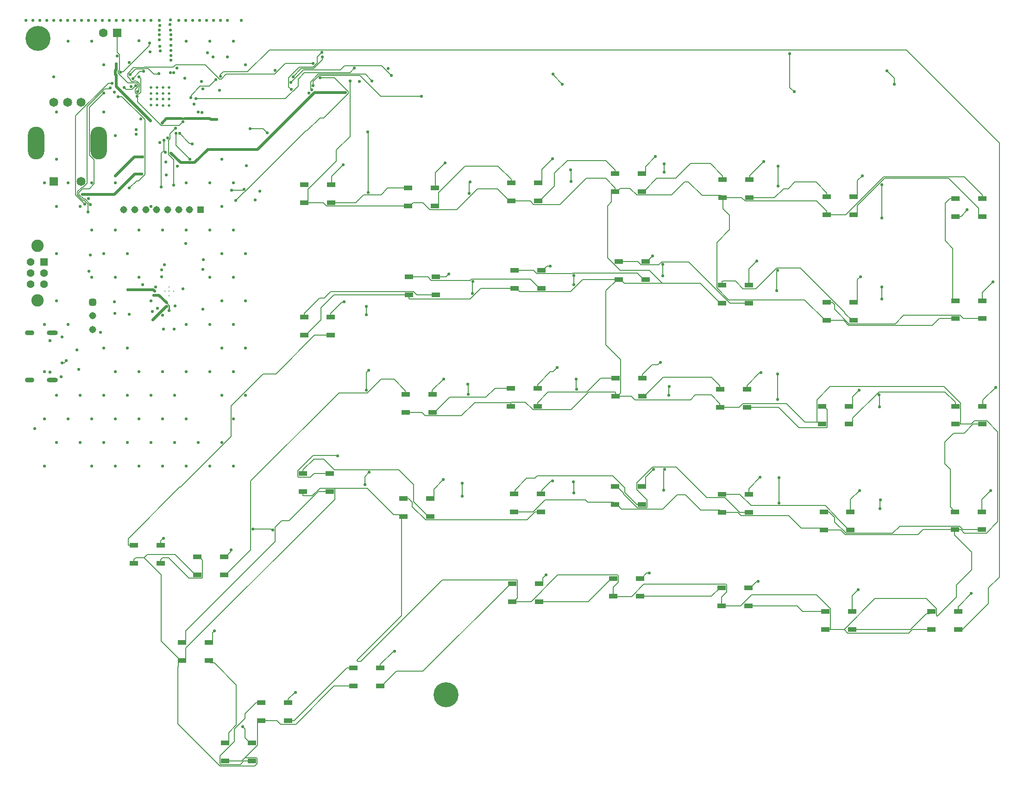
<source format=gbl>
G04*
G04 #@! TF.GenerationSoftware,Altium Limited,Altium Designer,24.5.2 (23)*
G04*
G04 Layer_Physical_Order=4*
G04 Layer_Color=16711680*
%FSLAX44Y44*%
%MOMM*%
G71*
G04*
G04 #@! TF.SameCoordinates,46E3B4B0-CD5B-4495-8DDB-E651780D3609*
G04*
G04*
G04 #@! TF.FilePolarity,Positive*
G04*
G01*
G75*
%ADD13C,0.1524*%
%ADD14C,0.2540*%
%ADD161C,0.5080*%
%ADD167C,1.3080*%
G04:AMPARAMS|DCode=168|XSize=1.308mm|YSize=1.308mm|CornerRadius=0.327mm|HoleSize=0mm|Usage=FLASHONLY|Rotation=90.000|XOffset=0mm|YOffset=0mm|HoleType=Round|Shape=RoundedRectangle|*
%AMROUNDEDRECTD168*
21,1,1.3080,0.6540,0,0,90.0*
21,1,0.6540,1.3080,0,0,90.0*
1,1,0.6540,0.3270,0.3270*
1,1,0.6540,0.3270,-0.3270*
1,1,0.6540,-0.3270,-0.3270*
1,1,0.6540,-0.3270,0.3270*
%
%ADD168ROUNDEDRECTD168*%
%ADD169C,1.6000*%
%ADD170R,1.6000X1.6000*%
%ADD171C,0.5000*%
%ADD172C,0.6000*%
%ADD173O,2.0000X0.9000*%
%ADD174O,1.7000X0.9000*%
%ADD175R,1.4380X1.4380*%
%ADD176C,1.4380*%
%ADD177C,2.2650*%
%ADD178C,0.3000*%
%ADD179R,1.3080X1.3080*%
%ADD180R,1.6500X1.6500*%
%ADD181C,1.6500*%
%ADD182O,3.0000X6.0000*%
%ADD183C,4.5720*%
%ADD184C,0.5334*%
%ADD185C,0.5842*%
%ADD195R,1.5000X0.9000*%
%ADD196C,0.4318*%
D13*
X1074637Y363007D02*
G03*
X1074637Y362870I16778J-54D01*
G01*
X582004Y645538D02*
Y665719D01*
X612255Y563382D02*
X713116D01*
X752266Y557104D02*
X801896D01*
X990769Y566248D02*
X1038449Y613928D01*
X1194396Y583520D02*
X1218526Y607650D01*
X1246794Y422436D02*
X1283648Y385582D01*
X1322657Y578876D02*
X1328936Y572598D01*
X1298855Y391860D02*
X1437644D01*
X1092338Y215402D02*
Y222188D01*
X1729856Y616884D02*
X1762622Y584118D01*
X1010970Y190826D02*
X1043225Y223081D01*
X522870Y327416D02*
X525870D01*
X1683661Y357388D02*
X1713622D01*
X1404405Y201868D02*
X1438187Y168086D01*
X1460504D02*
Y209204D01*
X1730060Y-34970D02*
X1770096D01*
X1503723Y-29200D02*
X1512542Y-38018D01*
X1679597Y-186479D02*
X1680859D01*
X1408925Y-2966D02*
X1431420Y-25462D01*
X1660677Y-154800D02*
X1678958Y-173081D01*
X1282910Y7050D02*
X1286648Y3312D01*
X1484902Y-211318D02*
X1510110D01*
X1459731Y-147910D02*
X1484902Y-173081D01*
X1041152Y21528D02*
X1087838D01*
X1295672Y-142258D02*
Y-129648D01*
X1294630Y-128606D02*
X1295672Y-129648D01*
X775118Y-120732D02*
X911852D01*
X619524Y-267296D02*
X701178Y-185642D01*
X578862Y26965D02*
Y46140D01*
X293120Y-278552D02*
Y-271952D01*
X299858Y-268214D02*
X302858D01*
X436622Y-457093D02*
Y-446619D01*
X473486Y-378196D02*
X479764Y-384474D01*
X606806Y690520D02*
Y791972D01*
X523378Y569732D02*
X526378D01*
X801896Y557104D02*
X839535Y594743D01*
X1091576Y589798D02*
Y596584D01*
Y589798D02*
X1094576D01*
X1084838Y570742D02*
Y586060D01*
X1218526Y607650D02*
X1225351D01*
X1074637Y408727D02*
X1095180Y429270D01*
X1098180D01*
X1288934Y558514D02*
Y578114D01*
X1009922Y406736D02*
X1032456Y429270D01*
X1074637Y309155D02*
Y362870D01*
X1478236Y548070D02*
X1478672Y547634D01*
X1092338Y215402D02*
X1095338D01*
X715533Y393143D02*
X826149D01*
X1582408Y616884D02*
X1729856D01*
X1229102Y209124D02*
X1237666Y217688D01*
X1671541Y345268D02*
X1683661Y357388D01*
X900706Y197104D02*
Y203890D01*
X709052Y185938D02*
X737900D01*
X1484390Y233090D02*
X1692395D01*
X1770096Y-34970D02*
X1790822Y-14244D01*
X1712098Y-38782D02*
Y-28692D01*
X1286648Y3312D02*
X1315496D01*
X1248120Y7050D02*
X1282910D01*
X1510110Y-211318D02*
X1516387Y-217596D01*
X1340853Y-147910D02*
X1459731D01*
X1091576Y17790D02*
X1094576D01*
X701178Y-7610D02*
X704226Y-4562D01*
X577821Y47182D02*
X578862Y46140D01*
X302858Y-268214D02*
X306596Y-264476D01*
X261243Y-232598D02*
X296858Y-268214D01*
X292492Y-279180D02*
X293120Y-278552D01*
X433041Y-460674D02*
X436622Y-457093D01*
X211771Y-90222D02*
Y-83436D01*
X378344Y-451856D02*
X408858D01*
X582004Y665719D02*
X606806Y690520D01*
X526378Y569732D02*
X557864D01*
X713116Y563382D02*
X716116D01*
X876367Y594743D02*
X898584Y572526D01*
X1088576Y589798D02*
X1091576D01*
X1094576D02*
X1100469Y595691D01*
X1077454Y563358D02*
X1084838Y570742D01*
X1250387Y582614D02*
X1284434D01*
X1288934Y558514D02*
X1300748Y546700D01*
X1277370Y496828D02*
X1300748Y520206D01*
X1095338Y215402D02*
X1101616Y221680D01*
X1277370Y413345D02*
X1298855Y391860D01*
X941469Y190826D02*
X1010970D01*
X525870Y327416D02*
X553426Y354972D01*
X1282838Y196606D02*
X1283854Y195590D01*
X737900Y185938D02*
X744178Y179660D01*
X1460504Y168086D02*
X1466044D01*
X1460504Y209204D02*
X1484390Y233090D01*
X1742470Y164348D02*
X1748748Y170626D01*
X1712860Y-28692D02*
X1723782D01*
X1645140Y-38018D02*
X1654466Y-28692D01*
X1680859Y-186479D02*
X1715601Y-151737D01*
X1315496Y3312D02*
X1321774Y-2966D01*
X1510110Y-211318D02*
X1566627Y-154800D01*
X1516387Y-217596D02*
X1628526D01*
X1094576Y17790D02*
X1103394Y8972D01*
X1037016Y25664D02*
X1041152Y21528D01*
X1121733Y-151130D02*
X1144258Y-128606D01*
X907172Y4074D02*
X941657D01*
X1087766Y-150612D02*
Y-134264D01*
X1097044Y-124986D01*
X986777Y-111334D02*
X1096003D01*
X626399Y-269451D02*
X775118Y-120732D01*
X701178Y-185642D02*
Y-7610D01*
X521477Y33225D02*
X537696D01*
X261243Y-232598D02*
Y-111249D01*
X211771Y-83436D02*
X215207Y-80000D01*
X408858Y-451856D02*
X415136Y-445578D01*
X437900Y-381934D02*
X441638Y-378196D01*
X479764Y-384474D02*
X508017D01*
X557864Y569732D02*
X564142Y563454D01*
X1074232Y613928D02*
X1091576Y596584D01*
X1100469Y595691D02*
X1118555D01*
X1100477Y445459D02*
X1154381D01*
X1177404Y422436D01*
X1098180Y429270D02*
X1101180D01*
X1284434Y582614D02*
X1288172Y578876D01*
X1074637Y363043D02*
Y408727D01*
X916958Y406736D02*
X1009922D01*
X1478236Y548070D02*
Y554420D01*
X846020Y413014D02*
X907680D01*
X1475418Y354086D02*
X1478418D01*
X553426Y354972D02*
Y377004D01*
X927513Y204783D02*
X941469Y190826D01*
X1283854Y195590D02*
X1318340D01*
X1438187Y168086D02*
X1460504D01*
X1722900Y164348D02*
Y202584D01*
X1512542Y-38018D02*
X1645140D01*
X1715601Y-151737D02*
Y-129737D01*
X1678958Y-183554D02*
Y-173081D01*
X1566627Y-154800D02*
X1660677D01*
X1220362Y34808D02*
X1248120Y7050D01*
X1286394Y-167884D02*
X1320880D01*
X1087766Y-150612D02*
X1088284Y-151130D01*
X700488Y-824D02*
X704226Y-4562D01*
X551653Y47182D02*
X577821D01*
X369055Y-460674D02*
X433041D01*
X215207Y-80000D02*
X229993D01*
X236271Y-73722D01*
X437900Y-422814D02*
Y-381934D01*
X508017Y-384474D02*
X577795Y-314696D01*
X526378Y569732D02*
X530116Y573470D01*
X564142Y563454D02*
X612183D01*
X716116Y563382D02*
X722009Y569275D01*
X839535Y594743D02*
X876367D01*
X1038449Y613928D02*
X1074232D01*
X1084838Y586060D02*
X1088576Y589798D01*
X1225351Y607650D02*
X1250387Y582614D01*
X1288172Y578876D02*
X1288934Y578114D01*
X1300748Y520206D02*
Y546700D01*
X1460058Y572598D02*
X1478236Y554420D01*
X907680Y413014D02*
X910680D01*
X1478672Y547634D02*
X1513158D01*
X826149Y393143D02*
X846020Y413014D01*
X714640Y394036D02*
Y400822D01*
X553426Y377004D02*
X577244Y400822D01*
X901599Y204783D02*
X927513D01*
X1282838Y196606D02*
Y202376D01*
X1318340Y195590D02*
X1324617Y201868D01*
X744178Y179660D02*
X810316D01*
X1748748Y170626D02*
X1770858D01*
X1654466Y-28692D02*
X1712098D01*
X1715601Y-129737D02*
X1743197Y-102141D01*
X1321774Y-2966D02*
X1408925D01*
X1678704Y-183808D02*
X1678958Y-183554D01*
X1628526Y-217596D02*
X1634804Y-211318D01*
X1103394Y8972D02*
X1178607D01*
X941657Y4074D02*
X963248Y25664D01*
X938102Y-160010D02*
X986777Y-111334D01*
X906616Y-160010D02*
X938102D01*
X906616D02*
X912894Y-153732D01*
X620417Y-269451D02*
X626399D01*
X537696Y33225D02*
X551653Y47182D01*
X306596Y-264476D02*
Y-245301D01*
X292492Y-384111D02*
X369055Y-460674D01*
X415136Y-445578D02*
X437900Y-422814D01*
X577795Y-314696D02*
X612786D01*
X530116Y573470D02*
Y593650D01*
X722009Y569275D02*
X740095D01*
X936069Y572526D02*
X942347Y566248D01*
X1118555Y595691D02*
X1130726Y583520D01*
X1108014Y422436D02*
X1177404D01*
X1101180Y429270D02*
X1108014Y422436D01*
X1074637Y363007D02*
X1074637Y363043D01*
X910680Y413014D02*
X916958Y406736D01*
X1277370Y413345D02*
Y496828D01*
X1095338Y215402D02*
X1121186D01*
X1513158Y547634D02*
X1582408Y616884D01*
X714640Y394036D02*
X715533Y393143D01*
X1091445Y223081D02*
X1092338Y222188D01*
X1478418Y354086D02*
X1509311D01*
X1518129Y345268D01*
X1267526Y217688D02*
X1282838Y202376D01*
X810316Y179660D02*
X834546Y203890D01*
X1713622Y164348D02*
X1722900D01*
X1770858Y170626D02*
X1790822Y150662D01*
X1469092Y-25462D02*
X1472830Y-29200D01*
X1678704Y-185586D02*
Y-183808D01*
X1178607Y8972D02*
X1204443Y34808D01*
X1634804Y-211318D02*
X1669680D01*
X1320880Y-167884D02*
X1340853Y-147910D01*
X1097044Y-124986D02*
Y-112375D01*
X912894Y-153732D02*
Y-121774D01*
X619524Y-268558D02*
X620417Y-269451D01*
X686312Y-824D02*
X700488D01*
X577821Y47182D02*
X638306D01*
X520584Y34118D02*
X521477Y33225D01*
X292492Y-384111D02*
Y-279180D01*
X415136Y-445578D02*
X435580D01*
X612183Y563454D02*
X612255Y563382D01*
X740095Y569275D02*
X752266Y557104D01*
X898584Y572526D02*
X901584D01*
X1077454Y468481D02*
X1100477Y445459D01*
X1130726Y583520D02*
X1194396D01*
X1177404Y422436D02*
X1246794D01*
X1283648Y385582D02*
X1286648D01*
X1032456Y429270D02*
X1095180D01*
X1328936Y572598D02*
X1460058D01*
X1074637Y309155D02*
X1101616Y282176D01*
X1121186Y215402D02*
X1127464Y209124D01*
X1762622Y577332D02*
Y584118D01*
X1237666Y217688D02*
X1267526D01*
X1518129Y345268D02*
X1671541D01*
X900706Y203890D02*
X901599Y204783D01*
X1324617Y201868D02*
X1404405D01*
X1722900Y164348D02*
X1742470D01*
X1790822Y-14244D02*
Y150662D01*
X1723782Y-28692D02*
X1730060Y-34970D01*
X1712098Y-28692D02*
X1712860D01*
X1743197Y-102141D02*
Y-69881D01*
X1475624Y-211318D02*
X1484902D01*
Y-173081D01*
X1204443Y34808D02*
X1220362D01*
X1286394Y-151536D02*
X1295672Y-142258D01*
X963248Y25664D02*
X1037016D01*
X1144258Y-128606D02*
X1294630D01*
X1088284Y-151130D02*
X1121733D01*
X903616Y-160010D02*
X906616D01*
X619524Y-268558D02*
Y-267296D01*
X638306Y47182D02*
X686312Y-824D01*
X520584Y34118D02*
Y40904D01*
X229993Y-80000D02*
X261243Y-111249D01*
X287278Y-73722D02*
X324544Y-110988D01*
X435580Y-445578D02*
X436622Y-446619D01*
X324544Y-110988D02*
X327544D01*
X441638Y-378196D02*
X444638D01*
X530116Y593650D02*
X582004Y645538D01*
X901584Y572526D02*
X936069D01*
X942347Y566248D02*
X990769D01*
X1077454Y468481D02*
Y563358D01*
X1288172Y578876D02*
X1322657D01*
X1101616Y221680D02*
Y282176D01*
X1437644Y391860D02*
X1475418Y354086D01*
X1043225Y223081D02*
X1091445D01*
X1127464Y209124D02*
X1229102D01*
X577244Y400822D02*
X714640D01*
X834546Y203890D02*
X900684D01*
X1466044Y168086D02*
X1469782Y164348D01*
X1692395Y233090D02*
X1722900Y202584D01*
X1712098Y-38782D02*
X1743197Y-69881D01*
X1472830Y-29200D02*
X1503723D01*
X1431420Y-25462D02*
X1469092D01*
X1678704Y-185586D02*
X1679597Y-186479D01*
X1286394Y-167884D02*
Y-151536D01*
X1087838Y21528D02*
X1091576Y17790D01*
X1096003Y-111334D02*
X1097044Y-112375D01*
X911852Y-120732D02*
X912894Y-121774D01*
X306596Y-245301D02*
X578862Y26965D01*
X293120Y-271952D02*
X296858Y-268214D01*
X299858D01*
X236271Y-73722D02*
X287278D01*
X444638Y-378196D02*
X473486D01*
X1708912Y394126D02*
X1712650Y390388D01*
X1708912Y394126D02*
Y485796D01*
X1694928Y499780D02*
X1708912Y485796D01*
X1712650Y390388D02*
X1713622D01*
X1704340Y12828D02*
X1712860Y4308D01*
X1693766Y91980D02*
X1704340Y81406D01*
Y12828D02*
Y81406D01*
X425069Y-65463D02*
Y60325D01*
X586613Y221869D02*
X638619D01*
X425069Y60325D02*
X586613Y221869D01*
X395534Y-416180D02*
Y-393018D01*
X415193Y-373359D02*
Y-364855D01*
X399034Y-385926D02*
Y-312342D01*
X358644Y-271952D02*
X399034Y-312342D01*
X415193Y-364855D02*
X434852Y-345196D01*
X385082Y-399878D02*
X399034Y-385926D01*
X395534Y-393018D02*
X415193Y-373359D01*
X369066Y-442649D02*
X395534Y-416180D01*
X434852Y-345196D02*
X444638D01*
X316451Y762588D02*
Y766285D01*
X325368Y759720D02*
X488638D01*
X315722Y761859D02*
X316451Y762588D01*
X324866Y760222D02*
X325368Y759720D01*
X316451Y766285D02*
X332740Y782574D01*
X488638Y759720D02*
X511898Y782980D01*
X239839Y861377D02*
X240030Y861568D01*
X239839Y856615D02*
Y861377D01*
X191897Y808673D02*
X239839Y856615D01*
X1631212Y-211318D02*
X1660474Y-182056D01*
X1524624Y-211318D02*
X1631212D01*
X414973Y589407D02*
X526846Y701280D01*
X528666D01*
X390398Y592328D02*
X410577D01*
X398272Y573278D02*
X414401Y589407D01*
X412101Y593852D02*
X413132D01*
X410577Y592328D02*
X412101Y593852D01*
X414401Y589407D02*
X414973D01*
X209661Y796147D02*
X223072Y809558D01*
X207801Y791702D02*
X211483D01*
X205197Y794306D02*
X207801Y791702D01*
X209642Y796147D02*
X209661D01*
X211483Y791702D02*
X211880Y792099D01*
X200470Y799846D02*
X205197Y795119D01*
Y794306D02*
Y795119D01*
X211880Y792099D02*
X215456D01*
X221003Y800077D02*
X224501Y796579D01*
X220949Y800077D02*
X221003D01*
X220644Y768268D02*
X224501Y772125D01*
Y796579D01*
X181102Y844963D02*
Y880110D01*
X217873Y763823D02*
X218120Y763575D01*
Y754272D02*
Y763575D01*
X220695Y775510D02*
Y779723D01*
X214155Y776775D02*
X219421Y782041D01*
X214155Y770871D02*
Y776775D01*
X216817Y788327D02*
X219421Y785723D01*
Y782041D02*
Y785723D01*
X214155Y770871D02*
X216759Y768268D01*
X220644D01*
X216688Y790867D02*
X217869D01*
X182499Y806133D02*
X200305Y788327D01*
X216817D01*
X221961Y780989D02*
Y786775D01*
X217869Y790867D02*
X221961Y786775D01*
X182499Y806133D02*
Y809815D01*
X185420Y812736D02*
Y840645D01*
X182499Y809815D02*
X185420Y812736D01*
X215456Y792099D02*
X216688Y790867D01*
X181102Y844963D02*
X185420Y840645D01*
X220695Y779723D02*
X221961Y780989D01*
X218600Y772713D02*
Y773416D01*
X220695Y775510D01*
X208470Y777240D02*
X214976Y783745D01*
Y783882D01*
X218120Y754272D02*
X261359Y711033D01*
X197582Y777240D02*
X208470D01*
X200470Y799846D02*
Y805814D01*
X211199Y816543D02*
X229387D01*
X200470Y805814D02*
X211199Y816543D01*
X214945Y814003D02*
X230439D01*
X204915Y803973D02*
X214945Y814003D01*
X238309Y814736D02*
X248118Y804926D01*
X230439Y814003D02*
X231172Y814736D01*
X238309D01*
X187643Y808673D02*
X191897D01*
X186944Y807974D02*
X187643Y808673D01*
X229387Y816543D02*
X230597Y817753D01*
X223072Y809558D02*
X229330D01*
X229994Y808895D01*
X230597Y817753D02*
X284036D01*
X287973Y821690D01*
X342202D02*
X367983Y795909D01*
X287973Y821690D02*
X342202D01*
X495554Y-12509D02*
X548967Y40904D01*
X469773Y-24411D02*
X481675Y-12509D01*
X495554D01*
X306596Y-213696D02*
X469773Y-50519D01*
Y-24411D01*
X1013905Y441071D02*
X1132379D01*
X1144180Y429270D01*
X1147180D01*
X80010Y276352D02*
X80518Y276860D01*
X84582D01*
X88392Y280670D01*
X122518Y575954D02*
X132080Y566392D01*
X119824Y575954D02*
X122518D01*
X118772Y573414D02*
X121466D01*
X127635Y553085D02*
Y567245D01*
X121466Y573414D02*
X127635Y567245D01*
X108726Y583460D02*
X118772Y573414D01*
X111266Y584512D02*
X119824Y575954D01*
X1694928Y499780D02*
Y568424D01*
X1703836Y577332D01*
X1713622D01*
X1735074Y555998D02*
Y557376D01*
X1723408Y544332D02*
X1735074Y555998D01*
X1713622Y544332D02*
X1723408D01*
X1701030Y614344D02*
X1755884Y559490D01*
Y548070D02*
Y559490D01*
Y548070D02*
X1759622Y544332D01*
X1762622D01*
X1584434Y614344D02*
X1701030D01*
X1534410Y564320D02*
X1584434Y614344D01*
X1534410Y551372D02*
Y564320D01*
X1530672Y547634D02*
X1534410Y551372D01*
X1527672Y547634D02*
X1530672D01*
X1762876Y405500D02*
X1781810Y424434D01*
X1762876Y390642D02*
Y405500D01*
X1762622Y390388D02*
X1762876Y390642D01*
X1603310Y347808D02*
X1619168Y363666D01*
X1721859D01*
X1728136Y357388D01*
X1762622D01*
X1519182Y347808D02*
X1603310D01*
X1492383Y374607D02*
X1519182Y347808D01*
X1492383Y374607D02*
Y382907D01*
X1488204Y387086D02*
X1492383Y382907D01*
X1478418Y387086D02*
X1488204D01*
X1693766Y91980D02*
Y131674D01*
X1710103Y148011D01*
X1729725D01*
X1746062Y164348D01*
X1762622D01*
X1763384Y208396D02*
X1786890Y231902D01*
X1763384Y198110D02*
Y208396D01*
X1762622Y197348D02*
X1763384Y198110D01*
X1573584Y223510D02*
X1694246D01*
X1713622Y204134D01*
Y197348D02*
Y204134D01*
X1525520Y175446D02*
X1573584Y223510D01*
X1525520Y168086D02*
Y175446D01*
X1521782Y164348D02*
X1525520Y168086D01*
X1518782Y164348D02*
X1521782D01*
X1469782Y197348D02*
X1472782D01*
X1479060Y191070D01*
Y159111D02*
Y191070D01*
X1427565Y158070D02*
X1478018D01*
X1390045Y195590D02*
X1427565Y158070D01*
X1332854Y195590D02*
X1390045D01*
X1478018Y158070D02*
X1479060Y159111D01*
X1525520Y214362D02*
X1537467Y226309D01*
X1525520Y201086D02*
Y214362D01*
X1521782Y197348D02*
X1525520Y201086D01*
X1518782Y197348D02*
X1521782D01*
X1179624Y250688D02*
X1267526D01*
X1282838Y235376D01*
Y229606D02*
Y235376D01*
Y229606D02*
X1283854Y228590D01*
X1144338Y215402D02*
X1179624Y250688D01*
X1141338Y215402D02*
X1144338D01*
X1357155Y257589D02*
X1357884Y258318D01*
X1355067Y257589D02*
X1357155D01*
X1332854Y235376D02*
X1355067Y257589D01*
X1332854Y228590D02*
Y235376D01*
X263868Y-80339D02*
X275579D01*
X260771Y-83436D02*
X263868Y-80339D01*
X260771Y-90222D02*
Y-83436D01*
X275579Y-80339D02*
X312505Y-117266D01*
X327544Y-77988D02*
X330544D01*
X336822Y-84266D01*
Y-116224D02*
Y-84266D01*
X335780Y-117266D02*
X336822Y-116224D01*
X312505Y-117266D02*
X335780D01*
X201092Y-45134D02*
X295429Y49203D01*
X201092Y-56329D02*
Y-45134D01*
Y-56329D02*
X201985Y-57222D01*
X211771D01*
X542191Y327416D02*
X571870D01*
X471191Y256416D02*
X542191Y327416D01*
X448250Y256416D02*
X471191D01*
X389255Y197421D02*
X448250Y256416D01*
X389255Y141669D02*
Y197421D01*
X296790Y49203D02*
X389255Y141669D01*
X295429Y49203D02*
X296790D01*
X260771Y-48855D02*
X265430Y-44196D01*
X260771Y-57222D02*
Y-48855D01*
X306596Y-231476D02*
Y-213696D01*
X302858Y-235214D02*
X306596Y-231476D01*
X299858Y-235214D02*
X302858D01*
X548967Y40904D02*
X569584D01*
X358902Y-214007D02*
Y-213614D01*
X355596Y-217313D02*
X358902Y-214007D01*
X355596Y-231476D02*
Y-217313D01*
X351858Y-235214D02*
X355596Y-231476D01*
X348858Y-235214D02*
X351858D01*
X352596Y-271952D02*
X358644D01*
X348858Y-268214D02*
X352596Y-271952D01*
X378344Y-418856D02*
X381344D01*
X385082Y-415118D01*
Y-399878D01*
X406173Y-458134D02*
X412451Y-451856D01*
X370107Y-458134D02*
X406173D01*
X369066Y-457093D02*
X370107Y-458134D01*
X369066Y-457093D02*
Y-442649D01*
X412451Y-451856D02*
X427344D01*
X414637Y-409150D02*
Y-393555D01*
Y-409150D02*
X424344Y-418856D01*
X427344D01*
X410464Y-389382D02*
X414637Y-393555D01*
X493638Y-378196D02*
X504962D01*
X601462Y-281696D01*
X612786D01*
X506255Y-326865D02*
X506984Y-326136D01*
X505183Y-326865D02*
X506255D01*
X493638Y-338410D02*
X505183Y-326865D01*
X493638Y-345196D02*
Y-338410D01*
X691710Y-287772D02*
X739854D01*
X664786Y-314696D02*
X691710Y-287772D01*
X661786Y-314696D02*
X664786D01*
X900616Y-127010D02*
X903616D01*
X739854Y-287772D02*
X900616Y-127010D01*
X687611Y-251681D02*
X688340Y-250952D01*
X685523Y-251681D02*
X687611D01*
X662294Y-274910D02*
X685523Y-251681D01*
X662294Y-281188D02*
Y-274910D01*
X661786Y-281696D02*
X662294Y-281188D01*
X1665942Y-182056D02*
X1669680Y-178318D01*
X1660474Y-182056D02*
X1665942D01*
X1423942Y-167884D02*
X1434376Y-178318D01*
X1475624D01*
X1335394Y-167884D02*
X1423942D01*
X1524624Y-149490D02*
X1535684Y-138430D01*
X1524624Y-178318D02*
Y-149490D01*
X1718426Y-178064D02*
Y-169556D01*
Y-178064D02*
X1718680Y-178318D01*
X1718426Y-169556D02*
X1742694Y-145288D01*
X1718680Y-211318D02*
X1721093Y-213731D01*
X1724093D01*
X1774093Y-163731D01*
Y-135283D01*
X1793870Y-115506D01*
Y678882D01*
X1623503Y849249D02*
X1793870Y678882D01*
X459867Y849249D02*
X1623503D01*
X419354Y808736D02*
X459867Y849249D01*
X375412Y808736D02*
X419354D01*
X370405Y803729D02*
X375412Y808736D01*
X370405Y800935D02*
Y803729D01*
X369824Y800354D02*
X370405Y800935D01*
X1761860Y26786D02*
X1777746Y42672D01*
X1761860Y4308D02*
Y26786D01*
X1598684Y-35478D02*
X1611748Y-22414D01*
X1721096D01*
X1727375Y-28692D01*
X1761860D01*
X1513593Y-35478D02*
X1598684D01*
X1492895Y-14779D02*
X1513593Y-35478D01*
X1492895Y-14779D02*
Y-6479D01*
X1482616Y3800D02*
X1492895Y-6479D01*
X1472830Y3800D02*
X1482616D01*
X1340320Y15367D02*
X1475777D01*
X1495435Y-4290D01*
Y-5805D02*
Y-4290D01*
Y-5805D02*
X1518830Y-29200D01*
X1521830D01*
X1319375Y36312D02*
X1340320Y15367D01*
X1286648Y36312D02*
X1319375D01*
X1521830Y26532D02*
X1537970Y42672D01*
X1521830Y3800D02*
Y26532D01*
X1131298Y57322D02*
X1159955Y85979D01*
X1203099D01*
X1259044Y30034D01*
X1292366D01*
X1319088Y3312D01*
X1335648D01*
X1131298Y44216D02*
Y57322D01*
Y44216D02*
X1149854Y25660D01*
Y12553D02*
Y25660D01*
X1148812Y11512D02*
X1149854Y12553D01*
X1132339Y11512D02*
X1148812D01*
X1106538Y37313D02*
X1132339Y11512D01*
X1106538Y37313D02*
Y38828D01*
X1094576Y50790D02*
X1106538Y38828D01*
X1091576Y50790D02*
X1094576D01*
X1336024Y46456D02*
X1356746Y67178D01*
X1336024Y36688D02*
Y46456D01*
X1335648Y36312D02*
X1336024Y36688D01*
X948951Y69514D02*
X1087366D01*
X1109078Y47802D01*
Y39502D02*
Y47802D01*
Y39502D02*
X1130790Y17790D01*
X1140576D01*
X945036Y65599D02*
X948951Y69514D01*
X929927Y65599D02*
X945036D01*
X908188Y43860D02*
X929927Y65599D01*
X908188Y38090D02*
Y43860D01*
X907172Y37074D02*
X908188Y38090D01*
X1147314Y67052D02*
X1161796Y81534D01*
X1147314Y54528D02*
Y67052D01*
X1143576Y50790D02*
X1147314Y54528D01*
X1140576Y50790D02*
X1143576D01*
X976663Y59977D02*
X977392Y60706D01*
X973305Y59977D02*
X976663D01*
X957188Y43860D02*
X973305Y59977D01*
X957188Y38090D02*
Y43860D01*
X956172Y37074D02*
X957188Y38090D01*
X744989Y-10840D02*
X930336D01*
X945250Y4074D01*
X956172D01*
X720555Y13595D02*
X744989Y-10840D01*
X720555Y13595D02*
Y21895D01*
X714012Y28438D02*
X720555Y21895D01*
X704226Y28438D02*
X714012D01*
X695997Y80899D02*
X723095Y53802D01*
Y22569D02*
Y53802D01*
Y22569D02*
X750226Y-4562D01*
X753226D01*
X578554Y80899D02*
X695997D01*
X558680Y100773D02*
X578554Y80899D01*
X540667Y100773D02*
X558680D01*
X520584Y80690D02*
X540667Y100773D01*
X520584Y73904D02*
Y80690D01*
X759964Y45462D02*
X777494Y62992D01*
X759964Y32176D02*
Y45462D01*
X756226Y28438D02*
X759964Y32176D01*
X753226Y28438D02*
X756226D01*
X539608Y107442D02*
X585470D01*
X511306Y79141D02*
X539608Y107442D01*
X511306Y68667D02*
Y79141D01*
Y68667D02*
X512347Y67626D01*
X534458D01*
X540736Y73904D01*
X569584D01*
X663374Y246624D02*
X687136D01*
X708036Y225724D01*
Y219954D02*
Y225724D01*
Y219954D02*
X709052Y218938D01*
X638619Y221869D02*
X663374Y246624D01*
X379544Y-110988D02*
X425069Y-65463D01*
X376544Y-110988D02*
X379544D01*
X788738Y213624D02*
X855530D01*
X761052Y185938D02*
X788738Y213624D01*
X758052Y185938D02*
X761052D01*
X872010Y230104D02*
X900706D01*
X855530Y213624D02*
X872010Y230104D01*
X757036Y226430D02*
X777870Y247264D01*
X757036Y219954D02*
Y226430D01*
Y219954D02*
X758052Y218938D01*
X968594Y222778D02*
X1039330D01*
X949706Y203890D02*
X968594Y222778D01*
X949706Y197104D02*
Y203890D01*
X1064954Y248402D02*
X1092338D01*
X1039330Y222778D02*
X1064954Y248402D01*
X973225Y260409D02*
X978213D01*
X949706Y236890D02*
X973225Y260409D01*
X949706Y230104D02*
Y236890D01*
X978213Y260409D02*
X985520Y267716D01*
X1158936Y272786D02*
X1169660D01*
X1141338Y255188D02*
X1158936Y272786D01*
X1141338Y248402D02*
Y255188D01*
X1169660Y272786D02*
X1173988Y277114D01*
X1325182Y412304D02*
X1348866D01*
X1311225Y426261D02*
X1325182Y412304D01*
X1287541Y426261D02*
X1311225D01*
X1335648Y448133D02*
X1350264Y462749D01*
X1335648Y418582D02*
Y448133D01*
X1511039Y367466D02*
Y368980D01*
X1430058Y449961D02*
X1511039Y368980D01*
X1386523Y449961D02*
X1430058D01*
X1348866Y412304D02*
X1386523Y449961D01*
X1286648Y425368D02*
X1287541Y426261D01*
X1511039Y367466D02*
X1524418Y354086D01*
X1138943Y455992D02*
X1171320D01*
X1176465Y461137D02*
X1225608D01*
X1301163Y385582D01*
X1335648D01*
X1171320Y455992D02*
X1176465Y461137D01*
X1132665Y462270D02*
X1138943Y455992D01*
X1098180Y462270D02*
X1132665D01*
X1286648Y418582D02*
Y425368D01*
X1524418Y354086D02*
X1527418D01*
X1534156Y428494D02*
X1540002Y434340D01*
X1534156Y390824D02*
Y428494D01*
X1530418Y387086D02*
X1534156Y390824D01*
X1527418Y387086D02*
X1530418D01*
X1534410Y609772D02*
X1543128Y618490D01*
X1534410Y584372D02*
Y609772D01*
X1530672Y580634D02*
X1534410Y584372D01*
X1527672Y580634D02*
X1530672D01*
X1419896Y607558D02*
X1458534D01*
X1478672Y587420D01*
Y580634D02*
Y587420D01*
X1407587Y595249D02*
X1419896Y607558D01*
X1399330Y595249D02*
X1407587D01*
X1382957Y578876D02*
X1399330Y595249D01*
X1337172Y578876D02*
X1382957D01*
X1229477Y641340D02*
X1265494D01*
X1288172Y618662D01*
Y611876D02*
Y618662D01*
X1202065Y613928D02*
X1229477Y641340D01*
X1167706Y613928D02*
X1202065D01*
X1143576Y589798D02*
X1167706Y613928D01*
X1140576Y589798D02*
X1143576D01*
X1337934Y619622D02*
X1362710Y644398D01*
X1337934Y612638D02*
Y619622D01*
X1337172Y611876D02*
X1337934Y612638D01*
X1147314Y635758D02*
X1165352Y653796D01*
X1147314Y626536D02*
Y635758D01*
X1143576Y622798D02*
X1147314Y626536D01*
X1140576Y622798D02*
X1143576D01*
X1004206Y646928D02*
X1074232D01*
X1091576Y629584D01*
Y622798D02*
Y629584D01*
X980764Y623486D02*
X1004206Y646928D01*
X980764Y599706D02*
Y623486D01*
X953584Y572526D02*
X980764Y599706D01*
X950584Y572526D02*
X953584D01*
X816967Y636514D02*
X877382D01*
X901584Y612312D01*
Y605526D02*
Y612312D01*
X768854Y588400D02*
X816967Y636514D01*
X768854Y567120D02*
Y588400D01*
X765116Y563382D02*
X768854Y567120D01*
X762116Y563382D02*
X765116D01*
X957322Y630424D02*
X976884Y649986D01*
X957322Y609264D02*
Y630424D01*
X953584Y605526D02*
X957322Y609264D01*
X950584Y605526D02*
X953584D01*
X763132Y624116D02*
X780874Y641858D01*
X763132Y597398D02*
Y624116D01*
X762116Y596382D02*
X763132Y597398D01*
X663424Y583819D02*
X675987Y596382D01*
X713116D01*
X631575Y583819D02*
X663424D01*
X617488Y569732D02*
X631575Y583819D01*
X572378Y569732D02*
X617488D01*
X573394Y618098D02*
X594106Y638810D01*
X573394Y603748D02*
Y618098D01*
X572378Y602732D02*
X573394Y603748D01*
X595419Y387373D02*
X596148Y388102D01*
X592041Y387373D02*
X595419D01*
X571870Y367202D02*
X592041Y387373D01*
X571870Y360416D02*
Y367202D01*
X551110Y395442D02*
X559833D01*
X522870Y367202D02*
X551110Y395442D01*
X522870Y360416D02*
Y367202D01*
X559833Y395442D02*
X571492Y407100D01*
X729155Y400822D02*
X763640D01*
X722877Y407100D02*
X729155Y400822D01*
X571492Y407100D02*
X722877D01*
X1021334Y228600D02*
Y229631D01*
X1182116Y80503D02*
Y81534D01*
X1180592Y78979D02*
X1182116Y80503D01*
X1579372Y393446D02*
Y412238D01*
X1579339Y412271D02*
X1579372Y412238D01*
X1579339Y412271D02*
Y414307D01*
X1578610Y415036D02*
X1579339Y414307D01*
X1576578Y24623D02*
Y25654D01*
X1388364Y444485D02*
Y445516D01*
X824992Y586486D02*
Y605775D01*
X534804Y778645D02*
Y790554D01*
Y778645D02*
X536448Y777001D01*
X462530Y-27178D02*
X464562Y-29210D01*
X255255Y804926D02*
X256271Y805942D01*
X578115Y797814D02*
X603250Y772679D01*
Y769101D02*
Y772679D01*
X558705Y724556D02*
X603250Y769101D01*
X551942Y724556D02*
X558705D01*
X551942Y797814D02*
X578115D01*
X528666Y701280D02*
X551942Y724556D01*
X203482Y596365D02*
X216532Y609415D01*
X231775Y621221D02*
Y721572D01*
X189762Y763585D02*
X231775Y721572D01*
X271462Y386207D02*
X276352Y381317D01*
X256271Y805942D02*
X257302D01*
X216532Y609415D02*
X219969D01*
X231775Y621221D01*
X248118Y804926D02*
X255255D01*
X511898Y795616D02*
X523621Y807339D01*
X511898Y782980D02*
Y795616D01*
X494411Y781177D02*
X499110Y776478D01*
X494411Y781177D02*
Y798067D01*
X349250Y782574D02*
X361431Y794755D01*
X332740Y782574D02*
X349250D01*
X367983Y795909D02*
X371665D01*
X469455Y804799D02*
X488711Y824055D01*
X275209Y683417D02*
X277876Y686084D01*
X275209Y657675D02*
X284734Y648150D01*
Y601980D02*
Y648150D01*
X266439Y664678D02*
Y683395D01*
X261874Y660114D02*
X266439Y664678D01*
X275209Y657675D02*
Y683417D01*
X277876Y695988D02*
X287559Y705671D01*
X261874Y597916D02*
Y660114D01*
X288290Y674624D02*
X313944Y648970D01*
X288290Y674624D02*
Y696722D01*
X380555Y804799D02*
X469455D01*
X371665Y795909D02*
X380555Y804799D01*
X165831Y777986D02*
X167037Y779192D01*
X168068D01*
X164874Y788162D02*
X171958D01*
X126238Y605320D02*
Y745934D01*
X105142Y583452D02*
Y728430D01*
X130392Y743802D02*
X156464Y769874D01*
X130392Y656484D02*
Y743802D01*
X118707Y597789D02*
X126238Y605320D01*
X116995Y597789D02*
X118707D01*
X108726Y589521D02*
X116995Y597789D01*
X132080Y565912D02*
Y566392D01*
X158290Y777986D02*
X165831D01*
X127635Y553085D02*
X128016Y552704D01*
X126238Y745934D02*
X158290Y777986D01*
X108726Y583460D02*
Y589521D01*
X111266Y584512D02*
Y588469D01*
X118047Y595249D01*
X105142Y583452D02*
X121920Y566674D01*
X105142Y728430D02*
X164874Y788162D01*
X194517Y780305D02*
X197582Y777240D01*
X118047Y595249D02*
X130365D01*
X139065Y603949D01*
Y647811D01*
X193642Y780305D02*
X194517D01*
X130392Y656484D02*
X139065Y647811D01*
X546981Y836287D02*
X554990Y844296D01*
X494411Y798067D02*
X513843Y817499D01*
X540024Y814959D02*
X556260Y831195D01*
X589026Y812419D02*
X596646Y820039D01*
X502722Y800093D02*
X517589Y814959D01*
X664337Y820039D02*
X682244Y802132D01*
X513843Y817499D02*
X538972D01*
X521335Y812419D02*
X589026D01*
X523621Y807339D02*
X606679D01*
X498856Y789940D02*
X521335Y812419D01*
X596646Y820039D02*
X664337D01*
X517589Y814959D02*
X540024D01*
X546981Y825508D02*
Y836287D01*
X606679Y807339D02*
X614934Y815594D01*
X539249Y783837D02*
Y791407D01*
X182727Y763585D02*
X189762D01*
X1352583Y-123919D02*
X1353312Y-123190D01*
X1153971Y-108155D02*
X1154176Y-107950D01*
X1149223Y-108155D02*
X1153971D01*
X277876Y686084D02*
Y695988D01*
X447548Y704850D02*
X455168Y697230D01*
X295275Y696087D02*
X313436Y677926D01*
X424434Y704850D02*
X447548D01*
X294981Y711033D02*
X301498Y717550D01*
X261359Y711033D02*
X294981D01*
X379544Y-77988D02*
X388399Y-69133D01*
X967310Y453644D02*
X972566D01*
X1335394Y-134884D02*
X1338394D01*
X959680Y446014D02*
X967310Y453644D01*
X1338394Y-134884D02*
X1349359Y-123919D01*
X388399Y-69133D02*
Y-66261D01*
X1150180Y462270D02*
X1160272Y472362D01*
X1147180Y462270D02*
X1150180D01*
X388399Y-66261D02*
X389128Y-65532D01*
X1139766Y-117612D02*
X1149223Y-108155D01*
X782310Y433822D02*
X787654Y439166D01*
X763640Y433822D02*
X782310D01*
X1136766Y-117612D02*
X1139766D01*
X956680Y446014D02*
X959680D01*
X959354Y-116844D02*
X965200Y-110998D01*
X955616Y-127010D02*
X959354Y-123272D01*
X952616Y-127010D02*
X955616D01*
X959354Y-123272D02*
Y-116844D01*
X1349359Y-123919D02*
X1352583D01*
X376544Y-77988D02*
X379544D01*
X821690Y237490D02*
X822706Y236474D01*
X636270Y364490D02*
Y379476D01*
X639318Y699008D02*
X639826Y698500D01*
X429514Y-27178D02*
X462530D01*
X464562Y-29210D02*
X465328D01*
X1578864Y541528D02*
Y602488D01*
X1012570Y439736D02*
X1013905Y441071D01*
X907680Y446014D02*
X942166D01*
X948444Y439736D01*
X1012570D01*
X953680Y413014D02*
X956680D01*
X714640Y433822D02*
X749126D01*
X936545Y430149D02*
X953680Y413014D01*
X755404Y427544D02*
X826642D01*
X749126Y433822D02*
X755404Y427544D01*
X826642D02*
X829247Y430149D01*
X936545D01*
X1042368Y-160010D02*
X1084766Y-117612D01*
X952616Y-160010D02*
X1042368D01*
X1015746Y436626D02*
X1016254Y436118D01*
X1084766Y-117612D02*
X1087766D01*
X1267666Y-150612D02*
X1283394Y-134884D01*
X1136766Y-150612D02*
X1267666D01*
X1283394Y-134884D02*
X1286394D01*
X1575054Y195834D02*
Y214880D01*
X1016254Y419354D02*
Y436118D01*
X977650Y803906D02*
X995172Y786384D01*
X830580Y403860D02*
Y425196D01*
X1575816Y23861D02*
X1576578Y24623D01*
X811784Y55903D02*
X811899Y56019D01*
X1190498Y232141D02*
Y233172D01*
X488711Y824055D02*
X539242D01*
X556260Y831195D02*
Y836501D01*
X538972Y817499D02*
X546981Y825508D01*
X1410716Y780542D02*
X1418590Y772668D01*
X1410716Y780542D02*
Y842264D01*
X1387094Y443215D02*
X1388364Y444485D01*
X1387094Y408432D02*
Y443215D01*
X1391158Y19812D02*
Y66548D01*
X1388364Y209550D02*
Y255778D01*
X1389126Y599694D02*
Y636016D01*
X1178214Y456600D02*
X1178306Y456692D01*
X1180592Y43688D02*
Y78979D01*
X1189736Y217170D02*
Y231379D01*
X1190498Y232141D01*
X1178214Y435448D02*
Y456600D01*
X1181354Y625602D02*
Y640842D01*
X536448Y775970D02*
Y777001D01*
X1019810Y231155D02*
X1021334Y229631D01*
X826008Y606791D02*
Y607822D01*
X624999Y802259D02*
X662718Y764540D01*
X824992Y605775D02*
X826008Y606791D01*
X539249Y791407D02*
X550101Y802259D01*
X624999D01*
X636778Y226314D02*
Y258826D01*
X639826Y588264D02*
Y698500D01*
X633730Y53848D02*
Y68326D01*
X636778Y258826D02*
X640588Y262636D01*
X633730Y68326D02*
X641858Y76454D01*
X1011174Y608330D02*
Y627619D01*
X1015746Y38354D02*
Y58461D01*
X1015238Y58969D02*
X1015746Y58461D01*
X634619Y804799D02*
X647192Y792226D01*
X549049Y804799D02*
X634619D01*
X1009904Y628889D02*
X1011174Y627619D01*
X534804Y790554D02*
X549049Y804799D01*
X1019810Y231155D02*
Y246634D01*
X1009904Y628889D02*
Y629920D01*
X977650Y803906D02*
Y804925D01*
X811784Y33020D02*
Y55903D01*
X830580Y425196D02*
X831088Y425704D01*
X662718Y764540D02*
X737616D01*
X822706Y218694D02*
Y236474D01*
X1574767Y215167D02*
Y216949D01*
X1575816Y9652D02*
Y23861D01*
X1574038Y217678D02*
X1574767Y216949D01*
X1601978Y785876D02*
Y797185D01*
X1588649Y810514D02*
X1601978Y797185D01*
X1574767Y215167D02*
X1575054Y214880D01*
X313436Y677926D02*
X317754D01*
X318389Y677291D01*
D14*
X276352Y372713D02*
Y381317D01*
X276210Y372570D02*
X276352Y372713D01*
D161*
X350660Y723392D02*
X352326Y721726D01*
X363487D01*
X304457Y723392D02*
X350660D01*
X178181Y804344D02*
X179324Y803201D01*
Y782066D02*
Y803201D01*
Y812747D02*
Y823722D01*
X178181Y811604D02*
X179324Y812747D01*
X178181Y804344D02*
Y811604D01*
X248192Y400441D02*
X248241Y400392D01*
X271350Y379935D02*
X271399Y379984D01*
X541439Y770890D02*
X598752D01*
X437553Y667004D02*
X541439Y770890D01*
X346710Y667004D02*
X437553D01*
X213106Y621792D02*
X226060D01*
X279654Y660146D02*
X279723D01*
X247020Y410114D02*
X249475Y407660D01*
X249543D01*
X200248Y410114D02*
X247020D01*
X257277Y400392D02*
X271462Y386207D01*
X246634Y355600D02*
X270969Y379935D01*
X271350D01*
X248241Y400392D02*
X257277D01*
X279723Y660146D02*
X297122Y642747D01*
X176022Y584708D02*
X213106Y621792D01*
X297122Y642747D02*
X322453D01*
X117356Y584708D02*
X176022D01*
X322453Y642747D02*
X346710Y667004D01*
X179324Y782066D02*
X242316Y719074D01*
X271114Y723392D02*
X298539D01*
X263200Y715478D02*
X271114Y723392D01*
X177437Y618635D02*
X212344Y653542D01*
X227330D01*
D167*
X136144Y337458D02*
D03*
Y362458D02*
D03*
X313398Y556602D02*
D03*
X293398D02*
D03*
X273398D02*
D03*
X253398D02*
D03*
X233398D02*
D03*
X213398D02*
D03*
X193398D02*
D03*
D168*
X136144Y387458D02*
D03*
D169*
X155702Y880110D02*
D03*
D170*
X181102D02*
D03*
D171*
X242764Y747802D02*
D03*
X243018Y758724D02*
D03*
X243272Y769138D02*
D03*
Y780568D02*
D03*
X253940Y780314D02*
D03*
Y747802D02*
D03*
X254194Y758978D02*
D03*
X253940Y769138D02*
D03*
X265116D02*
D03*
Y758724D02*
D03*
X265370Y747548D02*
D03*
X276038D02*
D03*
Y758724D02*
D03*
X276292Y769392D02*
D03*
Y780314D02*
D03*
X265116D02*
D03*
D172*
X58134Y317230D02*
D03*
Y259430D02*
D03*
D173*
X63034Y331580D02*
D03*
Y245080D02*
D03*
D174*
X21334Y331580D02*
D03*
Y245080D02*
D03*
D175*
X47806Y460690D02*
D03*
D176*
Y440690D02*
D03*
Y420690D02*
D03*
X22806Y460690D02*
D03*
Y440690D02*
D03*
Y420690D02*
D03*
D177*
X35306Y490690D02*
D03*
Y390690D02*
D03*
D178*
X268602Y407416D02*
D03*
X276352D02*
D03*
X284102D02*
D03*
X276352Y399666D02*
D03*
Y415166D02*
D03*
D179*
X333398Y556602D02*
D03*
D180*
X65170Y608434D02*
D03*
D181*
X115170D02*
D03*
X65170Y753434D02*
D03*
X90170D02*
D03*
X115170D02*
D03*
D182*
X33170Y678434D02*
D03*
X147170D02*
D03*
D183*
X36576Y869950D02*
D03*
X782574Y-330962D02*
D03*
D184*
X229330Y809558D02*
D03*
X324866Y760222D02*
D03*
X315722Y761859D02*
D03*
X259588Y847090D02*
D03*
X240030Y861568D02*
D03*
X241554Y845566D02*
D03*
X413132Y593852D02*
D03*
X382524Y836168D02*
D03*
X346202Y843718D02*
D03*
X356305Y836168D02*
D03*
X393700Y864870D02*
D03*
X415290Y821690D02*
D03*
X393700Y605790D02*
D03*
Y519430D02*
D03*
X415290Y476250D02*
D03*
X393700Y433070D02*
D03*
X415290Y389890D02*
D03*
X393700Y346710D02*
D03*
X415290Y303530D02*
D03*
X393700Y260350D02*
D03*
X415290Y217170D02*
D03*
X393700Y173990D02*
D03*
Y87630D02*
D03*
X350520Y864870D02*
D03*
X372110Y648970D02*
D03*
X350520Y605790D02*
D03*
X372110Y562610D02*
D03*
X350520Y519430D02*
D03*
X372110Y476250D02*
D03*
X350520Y433070D02*
D03*
X372110Y389890D02*
D03*
X350520Y346710D02*
D03*
X372110Y303530D02*
D03*
X350520Y260350D02*
D03*
X372110Y217170D02*
D03*
Y130810D02*
D03*
X350520Y87630D02*
D03*
X307340Y864870D02*
D03*
X328930Y735330D02*
D03*
X307340Y605790D02*
D03*
Y519430D02*
D03*
Y346710D02*
D03*
Y260350D02*
D03*
Y173990D02*
D03*
X328930Y130810D02*
D03*
X307340Y87630D02*
D03*
X264160Y519430D02*
D03*
Y260350D02*
D03*
X285750Y217170D02*
D03*
X264160Y173990D02*
D03*
X285750Y130810D02*
D03*
X264160Y87630D02*
D03*
X242570Y562610D02*
D03*
X220980Y519430D02*
D03*
Y433070D02*
D03*
X242570Y389890D02*
D03*
X220980Y260350D02*
D03*
X242570Y217170D02*
D03*
X220980Y173990D02*
D03*
X242570Y130810D02*
D03*
X220980Y87630D02*
D03*
X177800Y692150D02*
D03*
Y605790D02*
D03*
Y519430D02*
D03*
X199390Y476250D02*
D03*
X177800Y433070D02*
D03*
X199390Y303530D02*
D03*
X177800Y260350D02*
D03*
X199390Y217170D02*
D03*
X177800Y173990D02*
D03*
X199390Y130810D02*
D03*
X177800Y87630D02*
D03*
X134620Y864870D02*
D03*
X156210Y821690D02*
D03*
Y735330D02*
D03*
X134620Y605790D02*
D03*
Y519430D02*
D03*
X156210Y476250D02*
D03*
X134620Y433070D02*
D03*
X156210Y303530D02*
D03*
Y217170D02*
D03*
X134620Y173990D02*
D03*
X156210Y130810D02*
D03*
X134620Y87630D02*
D03*
X91440Y864870D02*
D03*
Y605790D02*
D03*
X113030Y562610D02*
D03*
X91440Y346710D02*
D03*
X113030Y217170D02*
D03*
X91440Y173990D02*
D03*
X113030Y130810D02*
D03*
X69850Y735330D02*
D03*
Y648970D02*
D03*
X48260Y605790D02*
D03*
X69850Y562610D02*
D03*
Y476250D02*
D03*
Y389890D02*
D03*
X48260Y346710D02*
D03*
Y260350D02*
D03*
X69850Y217170D02*
D03*
X48260Y173990D02*
D03*
X69850Y130810D02*
D03*
X48260Y87630D02*
D03*
X220949Y800077D02*
D03*
X209642Y796147D02*
D03*
X217873Y763823D02*
D03*
X218600Y772713D02*
D03*
X214976Y783882D02*
D03*
X206629Y781685D02*
D03*
X204915Y803973D02*
D03*
X186944Y807974D02*
D03*
X80010Y276352D02*
D03*
X88392Y280670D02*
D03*
X286619Y380893D02*
D03*
X398272Y573278D02*
D03*
X128778Y576834D02*
D03*
X290068Y815594D02*
D03*
X278511Y807339D02*
D03*
X257302Y805942D02*
D03*
X598752Y770890D02*
D03*
X226060Y621792D02*
D03*
X258318Y867410D02*
D03*
X279400Y867918D02*
D03*
X249543Y407660D02*
D03*
X248192Y400441D02*
D03*
X251714Y415544D02*
D03*
X246634Y355600D02*
D03*
X361431Y794755D02*
D03*
X614934Y815594D02*
D03*
X121920Y566674D02*
D03*
X276210Y372570D02*
D03*
X171958Y788162D02*
D03*
X313944Y648970D02*
D03*
X288290Y696722D02*
D03*
X266439Y683395D02*
D03*
X346710Y667004D02*
D03*
X284734Y601980D02*
D03*
X279654Y660146D02*
D03*
X168068Y779192D02*
D03*
X193642Y780305D02*
D03*
X369824Y800354D02*
D03*
X128016Y552704D02*
D03*
X606806Y791972D02*
D03*
X287559Y705671D02*
D03*
X156464Y769874D02*
D03*
X261874Y597916D02*
D03*
X132080Y565912D02*
D03*
X30734Y155956D02*
D03*
X321945Y750189D02*
D03*
X499110Y776478D02*
D03*
X271399Y379984D02*
D03*
X338201Y777621D02*
D03*
X269488Y661442D02*
D03*
X117356Y584708D02*
D03*
X306324Y494538D02*
D03*
X502722Y800093D02*
D03*
X498856Y789940D02*
D03*
X539249Y783837D02*
D03*
X175998Y771593D02*
D03*
X182727Y763585D02*
D03*
X203482Y596365D02*
D03*
X228092Y419354D02*
D03*
X301752Y411988D02*
D03*
X295275Y696087D02*
D03*
X263200Y715478D02*
D03*
X273431Y687925D02*
D03*
X301498Y717550D02*
D03*
X338963Y464947D02*
D03*
X242316Y719074D02*
D03*
X455168Y697230D02*
D03*
X433204Y574160D02*
D03*
X441579Y590677D02*
D03*
X676402Y815340D02*
D03*
X624078Y791464D02*
D03*
X594106Y638810D02*
D03*
X780874Y641858D02*
D03*
X596148Y388102D02*
D03*
X584195Y106167D02*
D03*
X1735074Y556437D02*
D03*
X1356746Y67178D02*
D03*
X1161796Y81534D02*
D03*
X976884Y649986D02*
D03*
X1165352Y653796D02*
D03*
X1362710Y644398D02*
D03*
X1543128Y618490D02*
D03*
X1537970Y42672D02*
D03*
X787654Y439166D02*
D03*
X972566Y453644D02*
D03*
X1160272Y472362D02*
D03*
X1350264Y462749D02*
D03*
X1540002Y434340D02*
D03*
X1781810Y424434D02*
D03*
X1786890Y231902D02*
D03*
X1537467Y226309D02*
D03*
X1357884Y258318D02*
D03*
X1173988Y277114D02*
D03*
X985520Y267716D02*
D03*
X777494Y62992D02*
D03*
X777870Y247264D02*
D03*
X1777746Y42672D02*
D03*
X977392Y60706D02*
D03*
X965200Y-110998D02*
D03*
X1154176Y-107950D02*
D03*
X1353312Y-123190D02*
D03*
X1535684Y-138430D02*
D03*
X1742694Y-145288D02*
D03*
X389128Y-65532D02*
D03*
X358902Y-213614D02*
D03*
X410464Y-389382D02*
D03*
X688340Y-250952D02*
D03*
X506984Y-326136D02*
D03*
X265430Y-44196D02*
D03*
X822706Y218694D02*
D03*
X636270Y364490D02*
D03*
X1579372Y393446D02*
D03*
X1190498Y233172D02*
D03*
X150643Y332564D02*
D03*
X278130Y903986D02*
D03*
X258572Y902970D02*
D03*
X407924Y902716D02*
D03*
X382524D02*
D03*
X369824D02*
D03*
X357124D02*
D03*
X344424D02*
D03*
X331724D02*
D03*
X319024D02*
D03*
X306324D02*
D03*
X293624D02*
D03*
X242824D02*
D03*
X230124D02*
D03*
X217424D02*
D03*
X204724D02*
D03*
X192024D02*
D03*
X179324D02*
D03*
X166624D02*
D03*
X153924D02*
D03*
X141224D02*
D03*
X128524D02*
D03*
X115824D02*
D03*
X103124D02*
D03*
X90424D02*
D03*
X77724D02*
D03*
X65024D02*
D03*
X52324D02*
D03*
X39624D02*
D03*
X26924D02*
D03*
X14224D02*
D03*
X1388364Y255778D02*
D03*
Y209550D02*
D03*
X1391158Y66548D02*
D03*
Y19812D02*
D03*
X556260Y836501D02*
D03*
X465328Y-29210D02*
D03*
X336182Y734553D02*
D03*
X363487Y721726D02*
D03*
X554990Y844296D02*
D03*
X1410716Y842264D02*
D03*
X202819Y825881D02*
D03*
X270891Y620141D02*
D03*
X177437Y618635D02*
D03*
X179324Y823722D02*
D03*
X200248Y410114D02*
D03*
X682244Y802132D02*
D03*
X1588649Y810514D02*
D03*
X1601978Y785876D02*
D03*
X1578864Y602488D02*
D03*
Y541528D02*
D03*
X1578610Y415036D02*
D03*
X1574038Y217678D02*
D03*
X1575054Y195834D02*
D03*
X1576578Y25654D02*
D03*
X1575816Y9652D02*
D03*
X737616Y764540D02*
D03*
X536448Y775970D02*
D03*
X551942Y797814D02*
D03*
X647192Y792226D02*
D03*
X977650Y804925D02*
D03*
X995172Y786384D02*
D03*
X639318Y699008D02*
D03*
X639826Y588264D02*
D03*
X636270Y379476D02*
D03*
X640588Y262636D02*
D03*
X636778Y226314D02*
D03*
X641858Y76454D02*
D03*
X633730Y53848D02*
D03*
X429514Y-27178D02*
D03*
X811899Y56019D02*
D03*
X1418590Y772668D02*
D03*
X539242Y824055D02*
D03*
X424434Y704850D02*
D03*
X279400Y830580D02*
D03*
X279146Y838454D02*
D03*
X279400Y847598D02*
D03*
Y856996D02*
D03*
X278384Y885190D02*
D03*
X277622Y895350D02*
D03*
X258572Y884936D02*
D03*
X279146Y876808D02*
D03*
X259334Y855218D02*
D03*
X258318Y876808D02*
D03*
X267716Y455676D02*
D03*
X262516Y446292D02*
D03*
Y433965D02*
D03*
X1015746Y38354D02*
D03*
X1181354Y640842D02*
D03*
Y625602D02*
D03*
X1178306Y456692D02*
D03*
X1178214Y435448D02*
D03*
X1189736Y217170D02*
D03*
X1182116Y81534D02*
D03*
X1180592Y43688D02*
D03*
X1389126Y636016D02*
D03*
Y599694D02*
D03*
X1388364Y445516D02*
D03*
X1387094Y408432D02*
D03*
X65532Y799338D02*
D03*
X180975Y838073D02*
D03*
X284607Y807593D02*
D03*
X335026Y790956D02*
D03*
X305054Y797306D02*
D03*
X469773Y811403D02*
D03*
X290957Y636143D02*
D03*
X270121Y643763D02*
D03*
X318389Y677291D02*
D03*
X129413Y443865D02*
D03*
X131699Y473837D02*
D03*
X107823Y300101D02*
D03*
X110597Y264307D02*
D03*
X531749Y770001D02*
D03*
X259461Y679831D02*
D03*
X215773Y695071D02*
D03*
X417322Y637032D02*
D03*
X368427Y775524D02*
D03*
X338201Y375031D02*
D03*
X337947Y447421D02*
D03*
X266065Y338709D02*
D03*
X285115Y337947D02*
D03*
X80645Y323723D02*
D03*
X78502Y251189D02*
D03*
X390398Y592328D02*
D03*
X220980Y866140D02*
D03*
X224050Y723011D02*
D03*
X215767Y703193D02*
D03*
X227330Y653542D02*
D03*
X255016Y376428D02*
D03*
X245683Y370738D02*
D03*
X263906Y363474D02*
D03*
X203454Y365252D02*
D03*
X176756Y366762D02*
D03*
X176022Y387858D02*
D03*
X811784Y33020D02*
D03*
X821690Y237490D02*
D03*
X831088Y425704D02*
D03*
X830580Y403860D02*
D03*
X826008Y607822D02*
D03*
X824992Y586486D02*
D03*
X1009904Y629920D02*
D03*
X1011174Y608330D02*
D03*
X1015746Y436626D02*
D03*
X1016254Y419354D02*
D03*
X1019810Y246634D02*
D03*
X1021334Y228600D02*
D03*
X1015238Y58969D02*
D03*
D185*
X259080Y893826D02*
D03*
D195*
X903616Y-160010D02*
D03*
Y-127010D02*
D03*
X952616Y-160010D02*
D03*
Y-127010D02*
D03*
X763640Y433822D02*
D03*
Y400822D02*
D03*
X714640Y433822D02*
D03*
Y400822D02*
D03*
X907680Y413014D02*
D03*
Y446014D02*
D03*
X956680Y413014D02*
D03*
Y446014D02*
D03*
X1147180Y462270D02*
D03*
Y429270D02*
D03*
X1098180Y462270D02*
D03*
Y429270D02*
D03*
X327544Y-110988D02*
D03*
Y-77988D02*
D03*
X376544Y-110988D02*
D03*
Y-77988D02*
D03*
X1475624Y-211318D02*
D03*
Y-178318D02*
D03*
X1524624Y-211318D02*
D03*
Y-178318D02*
D03*
X1335394Y-134884D02*
D03*
Y-167884D02*
D03*
X1286394Y-134884D02*
D03*
Y-167884D02*
D03*
X1087766Y-150612D02*
D03*
Y-117612D02*
D03*
X1136766Y-150612D02*
D03*
Y-117612D02*
D03*
X612786Y-314696D02*
D03*
Y-281696D02*
D03*
X661786Y-314696D02*
D03*
Y-281696D02*
D03*
X493638Y-345196D02*
D03*
Y-378196D02*
D03*
X444638Y-345196D02*
D03*
Y-378196D02*
D03*
X378344Y-451856D02*
D03*
Y-418856D02*
D03*
X427344Y-451856D02*
D03*
Y-418856D02*
D03*
X1761860Y4308D02*
D03*
Y-28692D02*
D03*
X1712860Y4308D02*
D03*
Y-28692D02*
D03*
X1472830Y-29200D02*
D03*
Y3800D02*
D03*
X1521830Y-29200D02*
D03*
Y3800D02*
D03*
X1335648Y36312D02*
D03*
Y3312D02*
D03*
X1286648Y36312D02*
D03*
Y3312D02*
D03*
X1091576Y17790D02*
D03*
Y50790D02*
D03*
X1140576Y17790D02*
D03*
Y50790D02*
D03*
X956172Y37074D02*
D03*
Y4074D02*
D03*
X907172Y37074D02*
D03*
Y4074D02*
D03*
X704226Y-4562D02*
D03*
Y28438D02*
D03*
X753226Y-4562D02*
D03*
Y28438D02*
D03*
X569584Y73904D02*
D03*
Y40904D02*
D03*
X520584Y73904D02*
D03*
Y40904D02*
D03*
X299858Y-268214D02*
D03*
Y-235214D02*
D03*
X348858Y-268214D02*
D03*
Y-235214D02*
D03*
X1762622Y197348D02*
D03*
Y164348D02*
D03*
X1713622Y197348D02*
D03*
Y164348D02*
D03*
X1469782D02*
D03*
Y197348D02*
D03*
X1518782Y164348D02*
D03*
Y197348D02*
D03*
X1332854Y228590D02*
D03*
Y195590D02*
D03*
X1283854Y228590D02*
D03*
Y195590D02*
D03*
X1092338Y215402D02*
D03*
Y248402D02*
D03*
X1141338Y215402D02*
D03*
Y248402D02*
D03*
X949706Y230104D02*
D03*
Y197104D02*
D03*
X900706Y230104D02*
D03*
Y197104D02*
D03*
X709052Y185938D02*
D03*
Y218938D02*
D03*
X758052Y185938D02*
D03*
Y218938D02*
D03*
X211771Y-90222D02*
D03*
Y-57222D02*
D03*
X260771Y-90222D02*
D03*
Y-57222D02*
D03*
X1762622Y390388D02*
D03*
Y357388D02*
D03*
X1713622Y390388D02*
D03*
Y357388D02*
D03*
X1478418Y354086D02*
D03*
Y387086D02*
D03*
X1527418Y354086D02*
D03*
Y387086D02*
D03*
X1335648Y418582D02*
D03*
Y385582D02*
D03*
X1286648Y418582D02*
D03*
Y385582D02*
D03*
X571870Y360416D02*
D03*
Y327416D02*
D03*
X522870Y360416D02*
D03*
Y327416D02*
D03*
X1762622Y577332D02*
D03*
Y544332D02*
D03*
X1713622Y577332D02*
D03*
Y544332D02*
D03*
X1527672Y580634D02*
D03*
Y547634D02*
D03*
X1478672Y580634D02*
D03*
Y547634D02*
D03*
X1288172Y578876D02*
D03*
Y611876D02*
D03*
X1337172Y578876D02*
D03*
Y611876D02*
D03*
X1140576Y622798D02*
D03*
Y589798D02*
D03*
X1091576Y622798D02*
D03*
Y589798D02*
D03*
X901584Y572526D02*
D03*
Y605526D02*
D03*
X950584Y572526D02*
D03*
Y605526D02*
D03*
X762116Y596382D02*
D03*
Y563382D02*
D03*
X713116Y596382D02*
D03*
Y563382D02*
D03*
X523378Y569732D02*
D03*
Y602732D02*
D03*
X572378Y569732D02*
D03*
Y602732D02*
D03*
X1718680Y-178318D02*
D03*
Y-211318D02*
D03*
X1669680Y-178318D02*
D03*
Y-211318D02*
D03*
D196*
X298539Y723392D02*
X304457D01*
M02*

</source>
